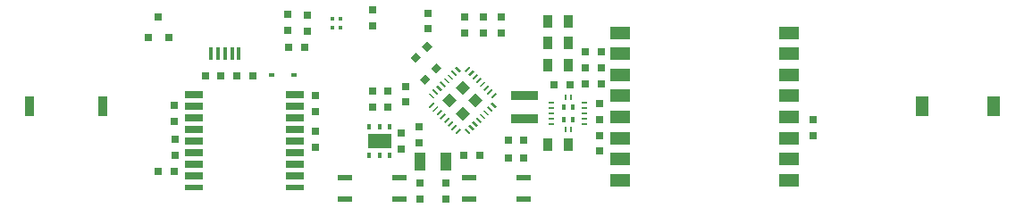
<source format=gtp>
G04 #@! TF.FileFunction,Paste,Top*
%FSLAX46Y46*%
G04 Gerber Fmt 4.6, Leading zero omitted, Abs format (unit mm)*
G04 Created by KiCad (PCBNEW (2016-02-18 BZR 6566)-product) date Thursday, 12 May 2016 22:35:57*
%MOMM*%
G01*
G04 APERTURE LIST*
%ADD10C,0.100000*%
%ADD11R,1.720000X0.620000*%
%ADD12R,1.720000X0.720000*%
%ADD13R,0.670000X0.720000*%
%ADD14R,0.720000X0.670000*%
%ADD15R,1.020000X1.820000*%
%ADD16R,2.320000X1.420000*%
%ADD17R,0.320000X0.520000*%
%ADD18R,1.920000X1.220000*%
%ADD19R,0.920000X1.170000*%
%ADD20R,0.550000X0.200000*%
%ADD21R,0.395000X0.620000*%
%ADD22R,0.180000X0.600000*%
%ADD23R,2.620020X0.920760*%
%ADD24R,0.120000X0.470000*%
%ADD25R,0.470000X0.120000*%
%ADD26R,0.400000X0.445000*%
%ADD27R,0.320000X1.270000*%
%ADD28R,0.510000X0.370000*%
%ADD29R,0.720100X0.720100*%
%ADD30R,1.170000X1.920000*%
%ADD31R,0.920000X1.920000*%
%ADD32R,1.370000X0.620000*%
G04 APERTURE END LIST*
D10*
D11*
X122200000Y-87700000D03*
D12*
X122200000Y-86600000D03*
X122200000Y-85500000D03*
X122200000Y-84400000D03*
X122200000Y-83300000D03*
X122200000Y-82200000D03*
X122200000Y-81100000D03*
X122200000Y-80000000D03*
X122200000Y-78900000D03*
X112600000Y-78900000D03*
X112600000Y-80000000D03*
X112600000Y-81100000D03*
X112600000Y-82200000D03*
X112600000Y-83300000D03*
X112600000Y-84400000D03*
X112600000Y-85500000D03*
X112600000Y-86600000D03*
D11*
X112600000Y-87700000D03*
D10*
G36*
X134976408Y-80148685D02*
X134856200Y-80028477D01*
X135294606Y-79590071D01*
X135414814Y-79710279D01*
X134976408Y-80148685D01*
X134976408Y-80148685D01*
G37*
G36*
X135329961Y-80502239D02*
X135209753Y-80382031D01*
X135648159Y-79943625D01*
X135768367Y-80063833D01*
X135329961Y-80502239D01*
X135329961Y-80502239D01*
G37*
G36*
X135683515Y-80855792D02*
X135563307Y-80735584D01*
X136001713Y-80297178D01*
X136121921Y-80417386D01*
X135683515Y-80855792D01*
X135683515Y-80855792D01*
G37*
G36*
X136037068Y-81209346D02*
X135916860Y-81089138D01*
X136355266Y-80650732D01*
X136475474Y-80770940D01*
X136037068Y-81209346D01*
X136037068Y-81209346D01*
G37*
G36*
X136390621Y-81562899D02*
X136270413Y-81442691D01*
X136708819Y-81004285D01*
X136829027Y-81124493D01*
X136390621Y-81562899D01*
X136390621Y-81562899D01*
G37*
G36*
X136744175Y-81916452D02*
X136623967Y-81796244D01*
X137062373Y-81357838D01*
X137182581Y-81478046D01*
X136744175Y-81916452D01*
X136744175Y-81916452D01*
G37*
G36*
X137097728Y-82270006D02*
X136977520Y-82149798D01*
X137415926Y-81711392D01*
X137536134Y-81831600D01*
X137097728Y-82270006D01*
X137097728Y-82270006D01*
G37*
G36*
X137451282Y-82623559D02*
X137331074Y-82503351D01*
X137769480Y-82064945D01*
X137889688Y-82185153D01*
X137451282Y-82623559D01*
X137451282Y-82623559D01*
G37*
G36*
X138808926Y-82503351D02*
X138688718Y-82623559D01*
X138250312Y-82185153D01*
X138370520Y-82064945D01*
X138808926Y-82503351D01*
X138808926Y-82503351D01*
G37*
G36*
X139162480Y-82149798D02*
X139042272Y-82270006D01*
X138603866Y-81831600D01*
X138724074Y-81711392D01*
X139162480Y-82149798D01*
X139162480Y-82149798D01*
G37*
G36*
X139516033Y-81796244D02*
X139395825Y-81916452D01*
X138957419Y-81478046D01*
X139077627Y-81357838D01*
X139516033Y-81796244D01*
X139516033Y-81796244D01*
G37*
G36*
X139869587Y-81442691D02*
X139749379Y-81562899D01*
X139310973Y-81124493D01*
X139431181Y-81004285D01*
X139869587Y-81442691D01*
X139869587Y-81442691D01*
G37*
G36*
X140223140Y-81089138D02*
X140102932Y-81209346D01*
X139664526Y-80770940D01*
X139784734Y-80650732D01*
X140223140Y-81089138D01*
X140223140Y-81089138D01*
G37*
G36*
X140576693Y-80735584D02*
X140456485Y-80855792D01*
X140018079Y-80417386D01*
X140138287Y-80297178D01*
X140576693Y-80735584D01*
X140576693Y-80735584D01*
G37*
G36*
X140930247Y-80382031D02*
X140810039Y-80502239D01*
X140371633Y-80063833D01*
X140491841Y-79943625D01*
X140930247Y-80382031D01*
X140930247Y-80382031D01*
G37*
G36*
X141283800Y-80028477D02*
X141163592Y-80148685D01*
X140725186Y-79710279D01*
X140845394Y-79590071D01*
X141283800Y-80028477D01*
X141283800Y-80028477D01*
G37*
G36*
X140845394Y-79229447D02*
X140725186Y-79109239D01*
X141163592Y-78670833D01*
X141283800Y-78791041D01*
X140845394Y-79229447D01*
X140845394Y-79229447D01*
G37*
G36*
X140491841Y-78875893D02*
X140371633Y-78755685D01*
X140810039Y-78317279D01*
X140930247Y-78437487D01*
X140491841Y-78875893D01*
X140491841Y-78875893D01*
G37*
G36*
X140138287Y-78522340D02*
X140018079Y-78402132D01*
X140456485Y-77963726D01*
X140576693Y-78083934D01*
X140138287Y-78522340D01*
X140138287Y-78522340D01*
G37*
G36*
X139784734Y-78168786D02*
X139664526Y-78048578D01*
X140102932Y-77610172D01*
X140223140Y-77730380D01*
X139784734Y-78168786D01*
X139784734Y-78168786D01*
G37*
G36*
X139431181Y-77815233D02*
X139310973Y-77695025D01*
X139749379Y-77256619D01*
X139869587Y-77376827D01*
X139431181Y-77815233D01*
X139431181Y-77815233D01*
G37*
G36*
X139077627Y-77461680D02*
X138957419Y-77341472D01*
X139395825Y-76903066D01*
X139516033Y-77023274D01*
X139077627Y-77461680D01*
X139077627Y-77461680D01*
G37*
G36*
X138724074Y-77108126D02*
X138603866Y-76987918D01*
X139042272Y-76549512D01*
X139162480Y-76669720D01*
X138724074Y-77108126D01*
X138724074Y-77108126D01*
G37*
G36*
X138370520Y-76754573D02*
X138250312Y-76634365D01*
X138688718Y-76195959D01*
X138808926Y-76316167D01*
X138370520Y-76754573D01*
X138370520Y-76754573D01*
G37*
G36*
X137889688Y-76634365D02*
X137769480Y-76754573D01*
X137331074Y-76316167D01*
X137451282Y-76195959D01*
X137889688Y-76634365D01*
X137889688Y-76634365D01*
G37*
G36*
X137536134Y-76987918D02*
X137415926Y-77108126D01*
X136977520Y-76669720D01*
X137097728Y-76549512D01*
X137536134Y-76987918D01*
X137536134Y-76987918D01*
G37*
G36*
X137182581Y-77341472D02*
X137062373Y-77461680D01*
X136623967Y-77023274D01*
X136744175Y-76903066D01*
X137182581Y-77341472D01*
X137182581Y-77341472D01*
G37*
G36*
X136829027Y-77695025D02*
X136708819Y-77815233D01*
X136270413Y-77376827D01*
X136390621Y-77256619D01*
X136829027Y-77695025D01*
X136829027Y-77695025D01*
G37*
G36*
X136475474Y-78048578D02*
X136355266Y-78168786D01*
X135916860Y-77730380D01*
X136037068Y-77610172D01*
X136475474Y-78048578D01*
X136475474Y-78048578D01*
G37*
G36*
X136121921Y-78402132D02*
X136001713Y-78522340D01*
X135563307Y-78083934D01*
X135683515Y-77963726D01*
X136121921Y-78402132D01*
X136121921Y-78402132D01*
G37*
G36*
X135768367Y-78755685D02*
X135648159Y-78875893D01*
X135209753Y-78437487D01*
X135329961Y-78317279D01*
X135768367Y-78755685D01*
X135768367Y-78755685D01*
G37*
G36*
X135414814Y-79109239D02*
X135294606Y-79229447D01*
X134856200Y-78791041D01*
X134976408Y-78670833D01*
X135414814Y-79109239D01*
X135414814Y-79109239D01*
G37*
G36*
X139289759Y-80085046D02*
X138614472Y-79409759D01*
X139289759Y-78734472D01*
X139965046Y-79409759D01*
X139289759Y-80085046D01*
X139289759Y-80085046D01*
G37*
G36*
X138070000Y-78865287D02*
X137394713Y-78190000D01*
X138070000Y-77514713D01*
X138745287Y-78190000D01*
X138070000Y-78865287D01*
X138070000Y-78865287D01*
G37*
G36*
X138070000Y-81304805D02*
X137394713Y-80629518D01*
X138070000Y-79954231D01*
X138745287Y-80629518D01*
X138070000Y-81304805D01*
X138070000Y-81304805D01*
G37*
G36*
X136850241Y-80085046D02*
X136174954Y-79409759D01*
X136850241Y-78734472D01*
X137525528Y-79409759D01*
X136850241Y-80085046D01*
X136850241Y-80085046D01*
G37*
D13*
X132280000Y-82560000D03*
X132280000Y-84060000D03*
X121510000Y-71300000D03*
X121510000Y-72800000D03*
D14*
X123100000Y-74380000D03*
X121600000Y-74380000D03*
D13*
X123330000Y-72830000D03*
X123330000Y-71330000D03*
X138250000Y-73000000D03*
X138250000Y-71500000D03*
X141750000Y-71500000D03*
X141750000Y-73000000D03*
D14*
X139700000Y-84660000D03*
X138200000Y-84660000D03*
D13*
X132660000Y-78090000D03*
X132660000Y-79590000D03*
X140000000Y-73000000D03*
X140000000Y-71500000D03*
D14*
X131010000Y-80100000D03*
X129510000Y-80100000D03*
X131000000Y-78500000D03*
X129500000Y-78500000D03*
D13*
X151000000Y-84250000D03*
X151000000Y-82750000D03*
D14*
X151170000Y-74810000D03*
X149670000Y-74810000D03*
D13*
X110800000Y-83150000D03*
X110800000Y-84650000D03*
D14*
X116700000Y-77110000D03*
X118200000Y-77110000D03*
X115160000Y-77110000D03*
X113660000Y-77110000D03*
D15*
X134000000Y-85250000D03*
X136500000Y-85250000D03*
D14*
X143870000Y-83230000D03*
X142370000Y-83230000D03*
D13*
X134750000Y-72650000D03*
X134750000Y-71150000D03*
D10*
G36*
X134482322Y-77941439D02*
X134008561Y-77467678D01*
X134517678Y-76958561D01*
X134991439Y-77432322D01*
X134482322Y-77941439D01*
X134482322Y-77941439D01*
G37*
G36*
X135542982Y-76880779D02*
X135069221Y-76407018D01*
X135578338Y-75897901D01*
X136052099Y-76371662D01*
X135542982Y-76880779D01*
X135542982Y-76880779D01*
G37*
G36*
X133601992Y-75861769D02*
X133128231Y-75388008D01*
X133637348Y-74878891D01*
X134111109Y-75352652D01*
X133601992Y-75861769D01*
X133601992Y-75861769D01*
G37*
G36*
X134662652Y-74801109D02*
X134188891Y-74327348D01*
X134698008Y-73818231D01*
X135171769Y-74291992D01*
X134662652Y-74801109D01*
X134662652Y-74801109D01*
G37*
D13*
X134000000Y-87290000D03*
X134000000Y-88790000D03*
X136500000Y-88800000D03*
X136500000Y-87300000D03*
D16*
X130170000Y-83310000D03*
D17*
X129170000Y-84660000D03*
X130170000Y-84660000D03*
X131170000Y-84660000D03*
X131170000Y-81960000D03*
X130170000Y-81960000D03*
X129170000Y-81960000D03*
D18*
X153000000Y-73000000D03*
X153000000Y-75000000D03*
X153000000Y-77000000D03*
X153000000Y-79000000D03*
X153000000Y-81000000D03*
X153000000Y-83000000D03*
X153000000Y-85000000D03*
X153000000Y-87000000D03*
X169000000Y-87000000D03*
X169000000Y-85000000D03*
X169000000Y-83000000D03*
X169000000Y-81000000D03*
X169000000Y-79000000D03*
X169000000Y-77000000D03*
X169000000Y-75000000D03*
X169000000Y-73000000D03*
D19*
X146100000Y-71900000D03*
X148100000Y-71900000D03*
D13*
X171275000Y-81250000D03*
X171275000Y-82750000D03*
D19*
X146100000Y-83600000D03*
X148100000Y-83600000D03*
D13*
X151000000Y-79740000D03*
X151000000Y-81240000D03*
D14*
X146710000Y-77920000D03*
X148210000Y-77920000D03*
D19*
X146100000Y-76100000D03*
X148100000Y-76100000D03*
X146100000Y-74000000D03*
X148100000Y-74000000D03*
D13*
X124100000Y-82350000D03*
X124100000Y-83850000D03*
D14*
X110750000Y-86200000D03*
X109250000Y-86200000D03*
X142370000Y-84850000D03*
X143870000Y-84850000D03*
D20*
X146500000Y-79640000D03*
X146500000Y-80140000D03*
X146500000Y-80640000D03*
X146500000Y-81140000D03*
X146500000Y-81640000D03*
X149600000Y-81640000D03*
X149600000Y-81140000D03*
X149600000Y-80640000D03*
X149600000Y-80140000D03*
X149600000Y-79640000D03*
D21*
X148462500Y-81240000D03*
X148462500Y-80040000D03*
X147637500Y-81240000D03*
X147637500Y-80040000D03*
D22*
X148300000Y-79140000D03*
X147800000Y-79140000D03*
X147796000Y-82140000D03*
X148300000Y-82140000D03*
D14*
X151170000Y-77900000D03*
X149670000Y-77900000D03*
X151170000Y-76340000D03*
X149670000Y-76340000D03*
D23*
X143940000Y-81199820D03*
X143940000Y-79000180D03*
D13*
X110770000Y-81428000D03*
X110770000Y-79928000D03*
X129560000Y-72370000D03*
X129560000Y-70870000D03*
D24*
X127120000Y-70580000D03*
X126720000Y-70580000D03*
X126320000Y-70580000D03*
X125920000Y-70580000D03*
X125520000Y-70580000D03*
X125120000Y-70580000D03*
D25*
X124620000Y-71080000D03*
X124620000Y-71480000D03*
X124620000Y-71880000D03*
X124620000Y-72280000D03*
X124620000Y-72680000D03*
X124620000Y-73080000D03*
D24*
X125120000Y-73580000D03*
X125520000Y-73580000D03*
X125920000Y-73580000D03*
X126320000Y-73580000D03*
X126720000Y-73580000D03*
X127120000Y-73580000D03*
D25*
X127620000Y-73080000D03*
X127620000Y-72680000D03*
X127620000Y-72280000D03*
X127620000Y-71880000D03*
X127620000Y-71480000D03*
X127620000Y-71080000D03*
D26*
X125720000Y-72515000D03*
X126520000Y-72515000D03*
X125720000Y-71645000D03*
X126520000Y-71645000D03*
D27*
X116850000Y-74950000D03*
X116200000Y-74950000D03*
X115550000Y-74950000D03*
X114900000Y-74950000D03*
X114250000Y-74950000D03*
D28*
X119945000Y-77000000D03*
X122055000Y-77000000D03*
D29*
X108300000Y-73500760D03*
X110200000Y-73500760D03*
X109250000Y-71501780D03*
D30*
X181625000Y-80000000D03*
X188375000Y-80000000D03*
D31*
X104000000Y-80000000D03*
X97000000Y-80000000D03*
D13*
X124100000Y-78950000D03*
X124100000Y-80450000D03*
X133900000Y-81950000D03*
X133900000Y-83450000D03*
D32*
X132075000Y-86750000D03*
X126925000Y-86750000D03*
X126925000Y-88750000D03*
X132075000Y-88750000D03*
X143825000Y-86750000D03*
X138675000Y-86750000D03*
X138675000Y-88750000D03*
X143825000Y-88750000D03*
M02*

</source>
